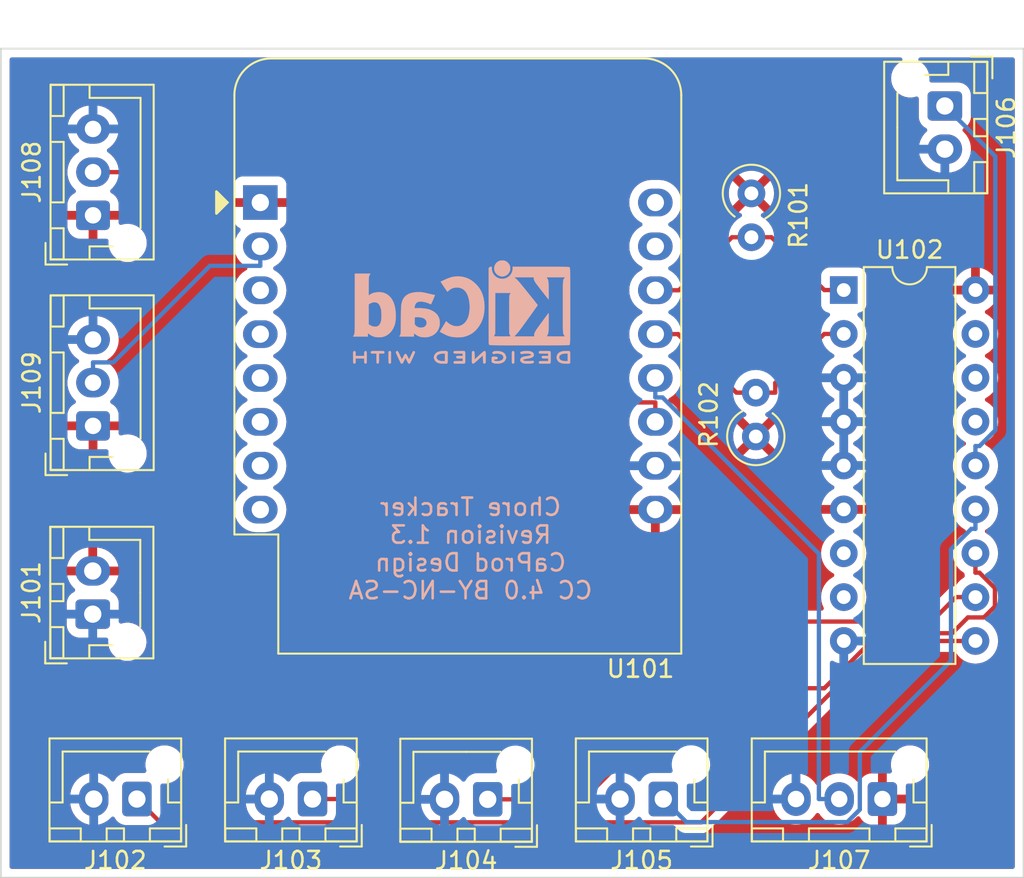
<source format=kicad_pcb>
(kicad_pcb (version 20211014) (generator pcbnew)
  (title_block (title "Chore Tracker") (date "2022-07-29") (rev "1.3") (company "CaProd Design"))
  (layers (0 "F.Cu" signal) (31 "B.Cu" signal) (34 "B.Paste" user) (35 "F.Paste" user) (36 "B.SilkS" user "B.Silkscreen") (37 "F.SilkS" user "F.Silkscreen") (38 "B.Mask" user) (39 "F.Mask" user) (44 "Edge.Cuts" user))
  (net 0 "")
  (net 1 "/GND")
  (net 2 "/5V")
  (net 3 "/DRYER")
  (net 4 "/WASHER")
  (net 5 "/DISHWASHER")
  (net 6 "/TRASH")
  (net 7 "/RECYCLING")
  (net 8 "/NEOPIXEL")
  (net 9 "/POT_WIPER")
  (net 10 "/SCL")
  (net 11 "/SDA")
  (net 24 "/DHT22")
  (footprint "Package_DIP:DIP-18_W7.62mm" (layer "F.Cu") (at 163.84 92.212)
    (fp_text reference "U102" (at 3.81 -2.33) (layer "F.SilkS"))
    (fp_text value "MCP23008-xP")
    (pad "1" thru_hole rect (at 0 0) (size 1.6 1.6) (drill 0.8) (layers *.Cu *.Mask) (net 10 "/SCL"))
    (pad "2" thru_hole oval (at 0 2.54) (size 1.6 1.6) (drill 0.8) (layers *.Cu *.Mask) (net 11 "/SDA"))
    (pad "3" thru_hole oval (at 0 5.08) (size 1.6 1.6) (drill 0.8) (layers *.Cu *.Mask) (net 1 "/GND"))
    (pad "4" thru_hole oval (at 0 7.62) (size 1.6 1.6) (drill 0.8) (layers *.Cu *.Mask) (net 1 "/GND"))
    (pad "5" thru_hole oval (at 0 10.16) (size 1.6 1.6) (drill 0.8) (layers *.Cu *.Mask) (net 1 "/GND"))
    (pad "6" thru_hole oval (at 0 12.7) (size 1.6 1.6) (drill 0.8) (layers *.Cu *.Mask) (net 2 "/5V"))
    (pad "7" thru_hole oval (at 0 15.24) (size 1.6 1.6) (drill 0.8) (layers *.Cu *.Mask))
    (pad "8" thru_hole oval (at 0 17.78) (size 1.6 1.6) (drill 0.8) (layers *.Cu *.Mask))
    (pad "9" thru_hole oval (at 0 20.32) (size 1.6 1.6) (drill 0.8) (layers *.Cu *.Mask) (net 1 "/GND"))
    (pad "10" thru_hole oval (at 7.62 20.32) (size 1.6 1.6) (drill 0.8) (layers *.Cu *.Mask) (net 4 "/WASHER"))
    (pad "11" thru_hole oval (at 7.62 17.78) (size 1.6 1.6) (drill 0.8) (layers *.Cu *.Mask) (net 3 "/DRYER"))
    (pad "12" thru_hole oval (at 7.62 15.24) (size 1.6 1.6) (drill 0.8) (layers *.Cu *.Mask) (net 5 "/DISHWASHER"))
    (pad "13" thru_hole oval (at 7.62 12.7) (size 1.6 1.6) (drill 0.8) (layers *.Cu *.Mask) (net 6 "/TRASH"))
    (pad "14" thru_hole oval (at 7.62 10.16) (size 1.6 1.6) (drill 0.8) (layers *.Cu *.Mask) (net 7 "/RECYCLING"))
    (pad "15" thru_hole oval (at 7.62 7.62) (size 1.6 1.6) (drill 0.8) (layers *.Cu *.Mask))
    (pad "16" thru_hole oval (at 7.62 5.08) (size 1.6 1.6) (drill 0.8) (layers *.Cu *.Mask))
    (pad "17" thru_hole oval (at 7.62 2.54) (size 1.6 1.6) (drill 0.8) (layers *.Cu *.Mask))
    (pad "18" thru_hole oval (at 7.62 0) (size 1.6 1.6) (drill 0.8) (layers *.Cu *.Mask) (net 2 "/5V"))
  )
  (footprint "Resistor_THT:R_Axial_DIN0309_L9.0mm_D3.2mm_P2.54mm_Vertical" (layer "F.Cu") (at 158.496 86.614 -90)
    (fp_text reference "R101" (at 1.27 -2.72 90) (layer "F.SilkS"))
    (fp_text value "10k")
    (pad "1" thru_hole circle (at 0 0 270) (size 1.6 1.6) (drill 0.8) (layers *.Cu *.Mask) (net 2 "/5V"))
    (pad "2" thru_hole oval (at 2.54 0 270) (size 1.6 1.6) (drill 0.8) (layers *.Cu *.Mask) (net 10 "/SCL"))
  )
  (footprint "Connector_JST:JST_XH_B2B-XH-AM_1x02_P2.50mm_Vertical" (layer "F.Cu") (at 169.689 81.554 -90)
    (fp_text reference "J106" (at 1.25 -3.55 90) (layer "F.SilkS"))
    (fp_text value "RECYCLING_BUTTON")
    (pad "" np_thru_hole circle (at -1.6 2 270) (size 1.2 1.2) (drill 1.2) (layers *.Cu *.Mask))
    (pad "1" thru_hole roundrect (at 0 0 270) (size 1.7 2) (drill 1) (layers *.Cu *.Mask) (roundrect_rratio 0.1470588235) (net 7 "/RECYCLING"))
    (pad "2" thru_hole oval (at 2.5 0 270) (size 1.7 2) (drill 1) (layers *.Cu *.Mask) (net 1 "/GND"))
  )
  (footprint "Connector_JST:JST_XH_B2B-XH-AM_1x02_P2.50mm_Vertical" (layer "F.Cu") (at 133.096 121.683 180)
    (fp_text reference "J103" (at 1.25 -3.55) (layer "F.SilkS"))
    (fp_text value "DRYER_BUTTON")
    (pad "" np_thru_hole circle (at -1.6 2 180) (size 1.2 1.2) (drill 1.2) (layers *.Cu *.Mask))
    (pad "1" thru_hole roundrect (at 0 0 180) (size 1.7 2) (drill 1) (layers *.Cu *.Mask) (roundrect_rratio 0.1470588235) (net 3 "/DRYER"))
    (pad "2" thru_hole oval (at 2.5 0 180) (size 1.7 2) (drill 1) (layers *.Cu *.Mask) (net 1 "/GND"))
  )
  (footprint "Connector_JST:JST_XH_B2B-XH-AM_1x02_P2.50mm_Vertical" (layer "F.Cu") (at 143.236 121.7 180)
    (fp_text reference "J104" (at 1.25 -3.55) (layer "F.SilkS"))
    (fp_text value "DISHWASHER_BUTTON")
    (pad "" np_thru_hole circle (at -1.6 2 180) (size 1.2 1.2) (drill 1.2) (layers *.Cu *.Mask))
    (pad "1" thru_hole roundrect (at 0 0 180) (size 1.7 2) (drill 1) (layers *.Cu *.Mask) (roundrect_rratio 0.1470588235) (net 5 "/DISHWASHER"))
    (pad "2" thru_hole oval (at 2.5 0 180) (size 1.7 2) (drill 1) (layers *.Cu *.Mask) (net 1 "/GND"))
  )
  (footprint "Connector_JST:JST_XH_B3B-XH-AM_1x03_P2.50mm_Vertical" (layer "F.Cu") (at 120.396 100.076 90)
    (fp_text reference "J109" (at 2.5 -3.55 90) (layer "F.SilkS"))
    (fp_text value "BRIGHTNESS_POT")
    (pad "" np_thru_hole circle (at -1.6 2 90) (size 1.2 1.2) (drill 1.2) (layers *.Cu *.Mask))
    (pad "1" thru_hole roundrect (at 0 0 90) (size 1.7 1.95) (drill 0.95) (layers *.Cu *.Mask) (roundrect_rratio 0.1470588235) (net 2 "/5V"))
    (pad "2" thru_hole oval (at 2.5 0 90) (size 1.7 1.95) (drill 0.95) (layers *.Cu *.Mask) (net 9 "/POT_WIPER"))
    (pad "3" thru_hole oval (at 5 0 90) (size 1.7 1.95) (drill 0.95) (layers *.Cu *.Mask) (net 1 "/GND"))
  )
  (footprint "Connector_JST:JST_XH_B2B-XH-AM_1x02_P2.50mm_Vertical" (layer "F.Cu") (at 122.936 121.683 180)
    (fp_text reference "J102" (at 1.25 -3.55) (layer "F.SilkS"))
    (fp_text value "WASHER_BUTTON")
    (pad "" np_thru_hole circle (at -1.6 2 180) (size 1.2 1.2) (drill 1.2) (layers *.Cu *.Mask))
    (pad "1" thru_hole roundrect (at 0 0 180) (size 1.7 2) (drill 1) (layers *.Cu *.Mask) (roundrect_rratio 0.1470588235) (net 4 "/WASHER"))
    (pad "2" thru_hole oval (at 2.5 0 180) (size 1.7 2) (drill 1) (layers *.Cu *.Mask) (net 1 "/GND"))
  )
  (footprint "Connector_JST:JST_XH_B3B-XH-AM_1x03_P2.50mm_Vertical" (layer "F.Cu") (at 120.396 87.884 90)
    (fp_text reference "J108" (at 2.5 -3.55 90) (layer "F.SilkS"))
    (fp_text value "DHT22")
    (pad "" np_thru_hole circle (at -1.6 2 90) (size 1.2 1.2) (drill 1.2) (layers *.Cu *.Mask))
    (pad "1" thru_hole roundrect (at 0 0 90) (size 1.7 1.95) (drill 0.95) (layers *.Cu *.Mask) (roundrect_rratio 0.1470588235) (net 2 "/5V"))
    (pad "2" thru_hole oval (at 2.5 0 90) (size 1.7 1.95) (drill 0.95) (layers *.Cu *.Mask) (net 24 "/DHT22"))
    (pad "3" thru_hole oval (at 5 0 90) (size 1.7 1.95) (drill 0.95) (layers *.Cu *.Mask) (net 1 "/GND"))
  )
  (footprint "Module:WEMOS_D1_mini_light" (layer "F.Cu") (at 130.076 87.144)
    (fp_text reference "U101" (at 22 27) (layer "F.SilkS"))
    (fp_text value "WeMos_D1_mini")
    (pad "1" thru_hole rect (at 0 0) (size 2 2) (drill 1) (layers *.Cu *.Mask) (net 2 "/5V"))
    (pad "2" thru_hole oval (at 0 2.54) (size 2 1.6) (drill 1) (layers *.Cu *.Mask) (net 9 "/POT_WIPER"))
    (pad "3" thru_hole oval (at 0 5.08) (size 2 1.6) (drill 1) (layers *.Cu *.Mask))
    (pad "4" thru_hole oval (at 0 7.62) (size 2 1.6) (drill 1) (layers *.Cu *.Mask))
    (pad "5" thru_hole oval (at 0 10.16) (size 2 1.6) (drill 1) (layers *.Cu *.Mask))
    (pad "6" thru_hole oval (at 0 12.7) (size 2 1.6) (drill 1) (layers *.Cu *.Mask))
    (pad "7" thru_hole oval (at 0 15.24) (size 2 1.6) (drill 1) (layers *.Cu *.Mask))
    (pad "8" thru_hole oval (at 0 17.78) (size 2 1.6) (drill 1) (layers *.Cu *.Mask))
    (pad "9" thru_hole oval (at 22.86 17.78) (size 2 1.6) (drill 1) (layers *.Cu *.Mask) (net 2 "/5V"))
    (pad "10" thru_hole oval (at 22.86 15.24) (size 2 1.6) (drill 1) (layers *.Cu *.Mask) (net 1 "/GND"))
    (pad "11" thru_hole oval (at 22.86 12.7) (size 2 1.6) (drill 1) (layers *.Cu *.Mask) (net 24 "/DHT22"))
    (pad "12" thru_hole oval (at 22.86 10.16) (size 2 1.6) (drill 1) (layers *.Cu *.Mask) (net 8 "/NEOPIXEL"))
    (pad "13" thru_hole oval (at 22.86 7.62) (size 2 1.6) (drill 1) (layers *.Cu *.Mask) (net 11 "/SDA"))
    (pad "14" thru_hole oval (at 22.86 5.08) (size 2 1.6) (drill 1) (layers *.Cu *.Mask) (net 10 "/SCL"))
    (pad "15" thru_hole oval (at 22.86 2.54) (size 2 1.6) (drill 1) (layers *.Cu *.Mask))
    (pad "16" thru_hole oval (at 22.86 0) (size 2 1.6) (drill 1) (layers *.Cu *.Mask))
  )
  (footprint "Resistor_THT:R_Axial_DIN0309_L9.0mm_D3.2mm_P2.54mm_Vertical" (layer "F.Cu") (at 158.75 100.692 90)
    (fp_text reference "R102" (at 1.27 -2.72 90) (layer "F.SilkS"))
    (fp_text value "10k")
    (pad "1" thru_hole circle (at 0 0 90) (size 1.6 1.6) (drill 0.8) (layers *.Cu *.Mask) (net 2 "/5V"))
    (pad "2" thru_hole oval (at 2.54 0 90) (size 1.6 1.6) (drill 0.8) (layers *.Cu *.Mask) (net 11 "/SDA"))
  )
  (footprint "Connector_JST:JST_XH_B2B-XH-AM_1x02_P2.50mm_Vertical" (layer "F.Cu") (at 153.396 121.683 180)
    (fp_text reference "J105" (at 1.25 -3.55) (layer "F.SilkS"))
    (fp_text value "TRASH_BUTTON")
    (pad "" np_thru_hole circle (at -1.6 2 180) (size 1.2 1.2) (drill 1.2) (layers *.Cu *.Mask))
    (pad "1" thru_hole roundrect (at 0 0 180) (size 1.7 2) (drill 1) (layers *.Cu *.Mask) (roundrect_rratio 0.1470588235) (net 6 "/TRASH"))
    (pad "2" thru_hole oval (at 2.5 0 180) (size 1.7 2) (drill 1) (layers *.Cu *.Mask) (net 1 "/GND"))
  )
  (footprint "Connector_JST:JST_XH_B2B-XH-AM_1x02_P2.50mm_Vertical" (layer "F.Cu") (at 120.379 110.978 90)
    (fp_text reference "J101" (at 1.25 -3.55 90) (layer "F.SilkS"))
    (fp_text value "PWR_IN")
    (pad "" np_thru_hole circle (at -1.6 2 90) (size 1.2 1.2) (drill 1.2) (layers *.Cu *.Mask))
    (pad "1" thru_hole roundrect (at 0 0 90) (size 1.7 2) (drill 1) (layers *.Cu *.Mask) (roundrect_rratio 0.1470588235) (net 1 "/GND"))
    (pad "2" thru_hole oval (at 2.5 0 90) (size 1.7 2) (drill 1) (layers *.Cu *.Mask) (net 2 "/5V"))
  )
  (footprint "Connector_JST:JST_XH_B3B-XH-AM_1x03_P2.50mm_Vertical" (layer "F.Cu") (at 166.076 121.683 180)
    (fp_text reference "J107" (at 2.5 -3.55) (layer "F.SilkS"))
    (fp_text value "NEOPIXEL_BUS")
    (pad "" np_thru_hole circle (at -1.6 2 180) (size 1.2 1.2) (drill 1.2) (layers *.Cu *.Mask))
    (pad "1" thru_hole roundrect (at 0 0 180) (size 1.7 1.95) (drill 0.95) (layers *.Cu *.Mask) (roundrect_rratio 0.1470588235) (net 2 "/5V"))
    (pad "2" thru_hole oval (at 2.5 0 180) (size 1.7 1.95) (drill 0.95) (layers *.Cu *.Mask) (net 8 "/NEOPIXEL"))
    (pad "3" thru_hole oval (at 5 0 180) (size 1.7 1.95) (drill 0.95) (layers *.Cu *.Mask) (net 1 "/GND"))
  )
  (footprint "Symbol:KiCad-Logo2_5mm_SilkScreen" (layer "B.Cu") (at 141.732 93.472 180)
    (fp_text reference "REF**" hide)
    (fp_text value "KiCad-Logo2_5mm_SilkScreen" hide)
  )
  (gr_rect (start 174.244 126.238) (end 115.062 78.232) (layer "Edge.Cuts") (width 0.1) (fill none))
  (gr_text "Chore Tracker\nRevision 1.3\nCaProd Design\nCC 4.0 BY-NC-SA" (at 142.24 107.188) (layer "B.SilkS") (effects (font (size 1 1)) (justify mirror)))
  (segment (start 137.7756 121.683) (end 148.0518 111.4068) (width 0.25) (layer "F.Cu") (net 3))
  (segment (start 168.9201 111.4068) (end 170.3349 109.992) (width 0.25) (layer "F.Cu") (net 3))
  (segment (start 148.0518 111.4068) (end 168.9201 111.4068) (width 0.25) (layer "F.Cu") (net 3))
  (segment (start 133.096 121.683) (end 137.7756 121.683) (width 0.25) (layer "F.Cu") (net 3))
  (segment (start 171.46 109.992) (end 170.3349 109.992) (width 0.25) (layer "F.Cu") (net 3))
  (segment (start 166.0879 112.532) (end 171.46 112.532) (width 0.25) (layer "F.Cu") (net 4))
  (segment (start 155.5874 123.0325) (end 166.0879 112.532) (width 0.25) (layer "F.Cu") (net 4))
  (segment (start 122.936 121.683) (end 124.2855 123.0325) (width 0.25) (layer "F.Cu") (net 4))
  (segment (start 124.2855 123.0325) (end 155.5874 123.0325) (width 0.25) (layer "F.Cu") (net 4))
  (segment (start 172.5861 110.5329) (end 172.5861 109.4701) (width 0.25) (layer "F.Cu") (net 5))
  (segment (start 170.11 112.0818) (end 171.0238 111.168) (width 0.25) (layer "F.Cu") (net 5))
  (segment (start 148.7879 121.7) (end 155.22 115.2679) (width 0.25) (layer "F.Cu") (net 5))
  (segment (start 171.951 111.168) (end 172.5861 110.5329) (width 0.25) (layer "F.Cu") (net 5))
  (segment (start 162.7153 115.2679) (end 165.9014 112.0818) (width 0.25) (layer "F.Cu") (net 5))
  (segment (start 143.236 121.7) (end 148.7879 121.7) (width 0.25) (layer "F.Cu") (net 5))
  (segment (start 165.9014 112.0818) (end 170.11 112.0818) (width 0.25) (layer "F.Cu") (net 5))
  (segment (start 171.6931 108.5771) (end 171.46 108.5771) (width 0.25) (layer "F.Cu") (net 5))
  (segment (start 171.0238 111.168) (end 171.951 111.168) (width 0.25) (layer "F.Cu") (net 5))
  (segment (start 172.5861 109.4701) (end 171.6931 108.5771) (width 0.25) (layer "F.Cu") (net 5))
  (segment (start 155.22 115.2679) (end 162.7153 115.2679) (width 0.25) (layer "F.Cu") (net 5))
  (segment (start 171.46 107.452) (end 171.46 108.5771) (width 0.25) (layer "F.Cu") (net 5))
  (segment (start 164.7689 122.2949) (end 164.7689 118.9541) (width 0.25) (layer "B.Cu") (net 6))
  (segment (start 170.0452 107.2187) (end 171.2268 106.0371) (width 0.25) (layer "B.Cu") (net 6))
  (segment (start 170.0452 113.6778) (end 170.0452 107.2187) (width 0.25) (layer "B.Cu") (net 6))
  (segment (start 154.7305 123.0175) (end 164.0463 123.0175) (width 0.25) (layer "B.Cu") (net 6))
  (segment (start 171.46 104.912) (end 171.46 106.0371) (width 0.25) (layer "B.Cu") (net 6))
  (segment (start 164.0463 123.0175) (end 164.7689 122.2949) (width 0.25) (layer "B.Cu") (net 6))
  (segment (start 153.396 121.683) (end 154.7305 123.0175) (width 0.25) (layer "B.Cu") (net 6))
  (segment (start 164.7689 118.9541) (end 170.0452 113.6778) (width 0.25) (layer "B.Cu") (net 6))
  (segment (start 171.2268 106.0371) (end 171.46 106.0371) (width 0.25) (layer "B.Cu") (net 6))
  (segment (start 169.689 81.554) (end 172.6095 84.4745) (width 0.25) (layer "B.Cu") (net 7))
  (segment (start 171.46 102.372) (end 171.46 101.2469) (width 0.25) (layer "B.Cu") (net 7))
  (segment (start 172.6095 84.4745) (end 172.6095 100.3305) (width 0.25) (layer "B.Cu") (net 7))
  (segment (start 172.6095 100.3305) (end 171.6931 101.2469) (width 0.25) (layer "B.Cu") (net 7))
  (segment (start 171.6931 101.2469) (end 171.46 101.2469) (width 0.25) (layer "B.Cu") (net 7))
  (segment (start 162.4009 107.4776) (end 153.3524 98.4291) (width 0.25) (layer "B.Cu") (net 8))
  (segment (start 152.936 97.304) (end 152.936 98.4291) (width 0.25) (layer "B.Cu") (net 8))
  (segment (start 153.3524 98.4291) (end 152.936 98.4291) (width 0.25) (layer "B.Cu") (net 8))
  (segment (start 162.4009 121.683) (end 162.4009 107.4776) (width 0.25) (layer "B.Cu") (net 8))
  (segment (start 163.576 121.683) (end 162.4009 121.683) (width 0.25) (layer "B.Cu") (net 8))
  (segment (start 127.1629 90.8091) (end 121.5711 96.4009) (width 0.25) (layer "B.Cu") (net 9))
  (segment (start 130.076 89.684) (end 130.076 90.8091) (width 0.25) (layer "B.Cu") (net 9))
  (segment (start 121.5711 96.4009) (end 120.396 96.4009) (width 0.25) (layer "B.Cu") (net 9))
  (segment (start 120.396 97.576) (end 120.396 96.4009) (width 0.25) (layer "B.Cu") (net 9))
  (segment (start 130.076 90.8091) (end 127.1629 90.8091) (width 0.25) (layer "B.Cu") (net 9))
  (segment (start 159.6569 89.154) (end 162.7149 92.212) (width 0.25) (layer "F.Cu") (net 10))
  (segment (start 154.3009 92.224) (end 157.3709 89.154) (width 0.25) (layer "F.Cu") (net 10))
  (segment (start 152.936 92.224) (end 154.3009 92.224) (width 0.25) (layer "F.Cu") (net 10))
  (segment (start 158.496 89.154) (end 159.6569 89.154) (width 0.25) (layer "F.Cu") (net 10))
  (segment (start 163.84 92.212) (end 162.7149 92.212) (width 0.25) (layer "F.Cu") (net 10))
  (segment (start 158.496 89.154) (end 157.3709 89.154) (width 0.25) (layer "F.Cu") (net 10))
  (segment (start 163.84 94.752) (end 162.7149 94.752) (width 0.25) (layer "F.Cu") (net 11))
  (segment (start 159.8751 97.5918) (end 162.7149 94.752) (width 0.25) (layer "F.Cu") (net 11))
  (segment (start 154.2611 94.7882) (end 157.6249 98.152) (width 0.25) (layer "F.Cu") (net 11))
  (segment (start 152.936 94.764) (end 154.2611 94.764) (width 0.25) (layer "F.Cu") (net 11))
  (segment (start 158.75 98.152) (end 159.8751 98.152) (width 0.25) (layer "F.Cu") (net 11))
  (segment (start 159.8751 98.152) (end 159.8751 97.5918) (width 0.25) (layer "F.Cu") (net 11))
  (segment (start 158.75 98.152) (end 157.6249 98.152) (width 0.25) (layer "F.Cu") (net 11))
  (segment (start 154.2611 94.764) (end 154.2611 94.7882) (width 0.25) (layer "F.Cu") (net 11))
  (segment (start 152.936 98.7189) (end 151.8109 98.7189) (width 0.25) (layer "F.Cu") (net 24))
  (segment (start 138.476 85.384) (end 120.396 85.384) (width 0.25) (layer "F.Cu") (net 24))
  (segment (start 151.8109 98.7189) (end 138.476 85.384) (width 0.25) (layer "F.Cu") (net 24))
  (segment (start 152.936 99.844) (end 152.936 98.7189) (width 0.25) (layer "F.Cu") (net 24))
  (zone (net 2) (net_name "/5V") (layer "F.Cu") (connect_pads (clearance 0.508)) (min_thickness 0.254) (fill yes (thermal_gap 0.508) (thermal_bridge_width 0.508))
    (polygon (pts (xy 174.244 126.238) (xy 115.062 126.238) (xy 115.062 78.232) (xy 174.244 78.232)))
  )
  (zone (net 1) (net_name "/GND") (layer "B.Cu") (connect_pads (clearance 0.508)) (min_thickness 0.254) (fill yes (thermal_gap 0.508) (thermal_bridge_width 0.508))
    (polygon (pts (xy 174.244 126.238) (xy 115.062 126.238) (xy 115.062 78.232) (xy 174.244 78.232)))
  )
)
</source>
